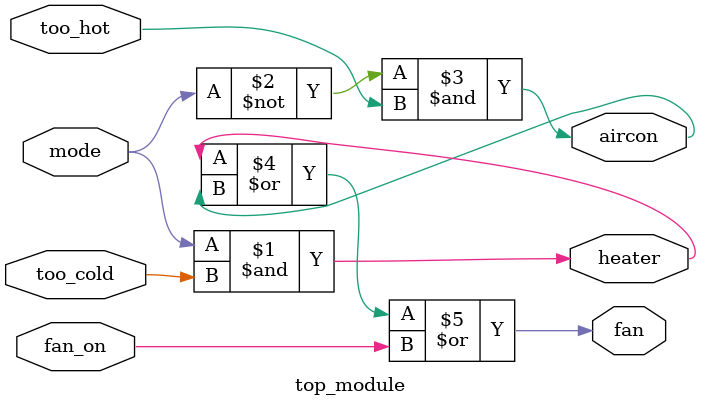
<source format=sv>
module top_module(
    input mode,
    input too_cold, 
    input too_hot,
    input fan_on,
    output heater,
    output aircon,
    output fan
);

    // Heater is on if mode is heating and it is too cold
    assign heater = mode & too_cold;
    
    // Air conditioner is on if mode is cooling and it is too hot
    assign aircon = ~mode & too_hot;
    
    // Fan is on if either the heater, air conditioner is on, or fan_on is requested
    assign fan = heater | aircon | fan_on;

endmodule

</source>
